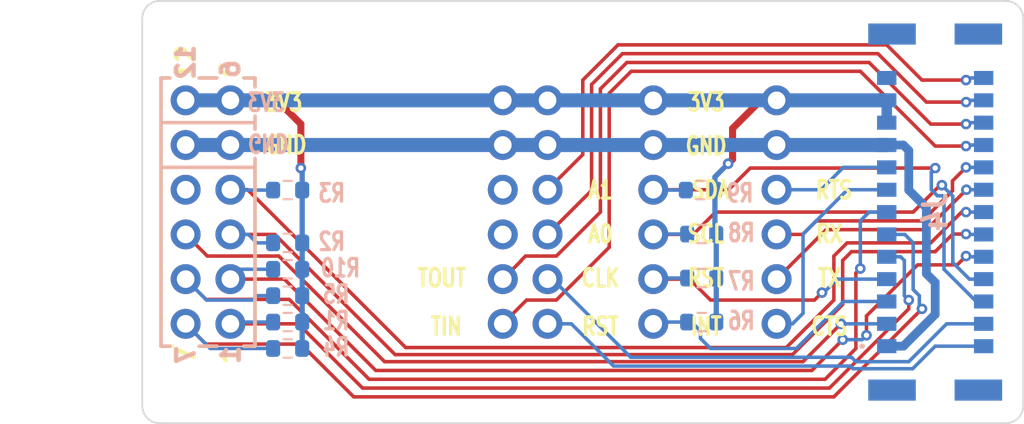
<source format=kicad_pcb>
(kicad_pcb (version 20241229) (generator "pcbnew") (generator_version "9.0")
  (layers (0 "F.Cu" signal) (2 "B.Cu" signal) (13 "F.Paste" user) (15 "B.Paste" user) (5 "F.SilkS" user "F.Silkscreen") (7 "B.SilkS" user "B.Silkscreen") (1 "F.Mask" user) (3 "B.Mask" user) (25 "Edge.Cuts" user))
  (net 0 "")
  (net 1 "/RX")
  (net 2 "GND")
  (net 3 "/TX")
  (net 4 "/RTS")
  (net 5 "+3V3")
  (net 6 "/CTS")
  (net 7 "/I2C.RESET")
  (net 8 "/I2C.ALERT")
  (net 9 "/I2C.SCL")
  (net 10 "/I2C.SDA")
  (net 11 "/SPI.SCK")
  (net 12 "/SPI.COPI")
  (net 13 "/SPI.CS")
  (net 14 "/SPI.CIPO")
  (net 15 "/SPI.RST")
  (net 16 "/SPI.INT")
  (net 18 "VIN")
  (net 21 "/GPIO0")
  (net 22 "/~{RESET}")
  (net 23 "/ADC0")
  (net 24 "/ADC1")
  (net 25 "/TRIG_OUT")
  (net 26 "/TRIG_IN")
  (net 27 "/CLK")
  (footprint "PMOD:PMODPinSocket_2x06_P2.54mm_Vertical" (layer "F.Cu") (at 78 106.35 180)
    (property "Reference" "J5")
    (property "Value" "Conn6x2")
    (pad "1" thru_hole circle (at 0 0 180) (size 1.7 1.7) (drill 1) (layers "*.Cu" "*.Mask") (net 22 "/~{RESET}"))
    (pad "2" thru_hole oval (at 0 2.54 180) (size 1.7 1.7) (drill 1) (layers "*.Cu" "*.Mask") (net 27 "/CLK"))
    (pad "3" thru_hole oval (at 0 5.08 180) (size 1.7 1.7) (drill 1) (layers "*.Cu" "*.Mask") (net 23 "/ADC0"))
    (pad "4" thru_hole oval (at 0 7.62 180) (size 1.7 1.7) (drill 1) (layers "*.Cu" "*.Mask") (net 24 "/ADC1"))
    (pad "5" thru_hole oval (at 0 10.16 180) (size 1.7 1.7) (drill 1) (layers "*.Cu" "*.Mask") (net 2 "GND"))
    (pad "6" thru_hole oval (at 0 12.7 180) (size 1.7 1.7) (drill 1) (layers "*.Cu" "*.Mask") (net 5 "+3V3"))
    (pad "7" thru_hole oval (at 2.54 0 180) (size 1.7 1.7) (drill 1) (layers "*.Cu" "*.Mask") (net 26 "/TRIG_IN"))
    (pad "8" thru_hole oval (at 2.54 2.54 180) (size 1.7 1.7) (drill 1) (layers "*.Cu" "*.Mask") (net 25 "/TRIG_OUT"))
    (pad "9" thru_hole oval (at 2.54 5.08 180) (size 1.7 1.7) (drill 1) (layers "*.Cu" "*.Mask"))
    (pad "10" thru_hole oval (at 2.54 7.62 180) (size 1.7 1.7) (drill 1) (layers "*.Cu" "*.Mask"))
    (pad "11" thru_hole oval (at 2.54 10.16 180) (size 1.7 1.7) (drill 1) (layers "*.Cu" "*.Mask") (net 2 "GND"))
    (pad "12" thru_hole oval (at 2.54 12.7 180) (size 1.7 1.7) (drill 1) (layers "*.Cu" "*.Mask") (net 5 "+3V3"))
  )
  (footprint "PMOD:PMODPinSocket_1x06_P2.54mm_Vertical" (layer "F.Cu") (at 84 106.35 180)
    (property "Reference" "J3")
    (property "Value" "Conn6x1")
    (pad "1" thru_hole circle (at 0 0 180) (size 1.7 1.7) (drill 1) (layers "*.Cu" "*.Mask") (net 8 "/I2C.ALERT"))
    (pad "2" thru_hole oval (at 0 2.54 180) (size 1.7 1.7) (drill 1) (layers "*.Cu" "*.Mask") (net 7 "/I2C.RESET"))
    (pad "3" thru_hole oval (at 0 5.08 180) (size 1.7 1.7) (drill 1) (layers "*.Cu" "*.Mask") (net 9 "/I2C.SCL"))
    (pad "4" thru_hole oval (at 0 7.62 180) (size 1.7 1.7) (drill 1) (layers "*.Cu" "*.Mask") (net 10 "/I2C.SDA"))
    (pad "5" thru_hole oval (at 0 10.16 180) (size 1.7 1.7) (drill 1) (layers "*.Cu" "*.Mask") (net 2 "GND"))
    (pad "6" thru_hole oval (at 0 12.7 180) (size 1.7 1.7) (drill 1) (layers "*.Cu" "*.Mask") (net 5 "+3V3"))
  )
  (footprint "MountingHole:MountingHole_2.7mm_M2.5" (layer "F.Cu") (at 70 100)
    (property "Reference" "H1" (hide yes))
    (property "Value" "MountingHole")
    (pad "" np_thru_hole circle (at 0 0) (size 2.7 2.7) (drill 2.7) (layers "*.Cu" "*.Mask"))
  )
  (footprint "PMOD:PMODPinSocket_2x06_P2.54mm_Horizontal" (layer "F.Cu") (at 60 106.35)
    (property "Reference" "J1" (hide yes))
    (property "Value" "Conn6x2")
    (fp_line (start -3.937 -11.43) (end -3.937 -13.97) (stroke (width 0.2)) (layer "F.SilkS"))
    (fp_line (start -3.937 1.27) (end -3.937 -11.43) (stroke (width 0.2)) (layer "F.SilkS"))
    (fp_line (start -3.429 -13.97) (end -3.937 -13.97) (stroke (width 0.2)) (layer "F.SilkS"))
    (fp_line (start -3.302 1.27) (end -3.937 1.27) (stroke (width 0.2)) (layer "F.SilkS"))
    (fp_line (start -0.762 -13.97) (end -1.778 -13.97) (stroke (width 0.2)) (layer "F.SilkS"))
    (fp_line (start -0.762 1.27) (end -1.777999 1.27) (stroke (width 0.2)) (layer "F.SilkS"))
    (fp_line (start 0.762 -11.43) (end -3.937 -11.43) (stroke (width 0.2)) (layer "F.SilkS"))
    (fp_line (start 1.397 -13.97) (end 0.762 -13.97) (stroke (width 0.2)) (layer "F.SilkS"))
    (fp_line (start 1.397 -13.589) (end 1.397 -13.97) (stroke (width 0.2)) (layer "F.SilkS"))
    (fp_line (start 1.397 -8.889999) (end -3.937 -8.89) (stroke (width 0.2)) (layer "F.SilkS"))
    (fp_line (start 1.397 -8.889999) (end 1.397 -9.271) (stroke (width 0.2)) (layer "F.SilkS"))
    (fp_line (start 1.397 -8.889999) (end 1.397001 1.27) (stroke (width 0.2)) (layer "F.SilkS"))
    (fp_line (start 1.397001 1.27) (end 0.762 1.27) (stroke (width 0.2)) (layer "F.SilkS"))
    (fp_line (start -3.937 -13.97) (end -3.429 -13.97) (stroke (width 0.2)) (layer "B.SilkS"))
    (fp_line (start -3.937 -11.43) (end -3.937 -13.97) (stroke (width 0.2)) (layer "B.SilkS"))
    (fp_line (start -3.937 -11.43) (end 1.397 -11.43) (stroke (width 0.2)) (layer "B.SilkS"))
    (fp_line (start -3.937 -8.89) (end -3.937 -11.43) (stroke (width 0.2)) (layer "B.SilkS"))
    (fp_line (start -3.937 -8.89) (end -3.937 1.27) (stroke (width 0.2)) (layer "B.SilkS"))
    (fp_line (start -3.937 -8.89) (end 1.397 -8.89) (stroke (width 0.2)) (layer "B.SilkS"))
    (fp_line (start -3.937 1.27) (end -3.429 1.27) (stroke (width 0.2)) (layer "B.SilkS"))
    (fp_line (start -1.778 -13.97) (end -0.762 -13.97) (stroke (width 0.2)) (layer "B.SilkS"))
    (fp_line (start -1.778 1.27) (end -0.762 1.27) (stroke (width 0.2)) (layer "B.SilkS"))
    (fp_line (start 0.762 1.27) (end 1.397 1.27) (stroke (width 0.2)) (layer "B.SilkS"))
    (fp_line (start 1.397 -13.97) (end 0.762 -13.97) (stroke (width 0.2)) (layer "B.SilkS"))
    (fp_line (start 1.397 -13.462) (end 1.397 -13.97) (stroke (width 0.2)) (layer "B.SilkS"))
    (fp_line (start 1.397 -11.049) (end 1.397 -11.811) (stroke (width 0.2)) (layer "B.SilkS"))
    (fp_line (start 1.397 1.27) (end 1.397 -9.398) (stroke (width 0.2)) (layer "B.SilkS"))
    (fp_text user "6" (at 0 -14.478 90) (layer "F.SilkS") (effects (font (thickness 0.25))))
    (fp_text user "3V3" (at 3.032 -12.58 0) (layer "F.SilkS") (effects (font (size 1 0.75) (thickness 0.1875))))
    (fp_text user "7" (at -2.54 1.778 90) (layer "F.SilkS") (effects (font (thickness 0.25))))
    (fp_text user "12" (at -2.54 -14.859 90) (layer "F.SilkS") (effects (font (thickness 0.25))))
    (fp_text user "1" (at 0 1.778 90) (layer "F.SilkS") (effects (font (thickness 0.25))))
    (fp_text user "GND" (at 3.159 -10.16 0) (layer "F.SilkS") (effects (font (size 1 0.75) (thickness 0.1875))))
    (fp_text user "1" (at 0.02 1.77 90) (layer "B.SilkS") (effects (font (thickness 0.25)) (justify mirror)))
    (fp_text user "12" (at -2.54 -14.859 90) (layer "B.SilkS") (effects (font (thickness 0.25)) (justify mirror)))
    (fp_text user "7" (at -2.53 1.77 90) (layer "B.SilkS") (effects (font (thickness 0.25)) (justify mirror)))
    (fp_text user "3V3" (at 2.032 -12.573 0) (layer "B.SilkS") (effects (font (size 1 0.75) (thickness 0.1875)) (justify mirror)))
    (fp_text user "6" (at 0 -14.478 90) (layer "B.SilkS") (effects (font (thickness 0.25)) (justify mirror)))
    (fp_text user "GND" (at 2.159 -10.287 180) (layer "B.SilkS") (effects (font (size 1 0.75) (thickness 0.1875)) (justify mirror)))
    (pad "1" thru_hole oval (at 0 0) (size 1.7 1.7) (drill 1) (layers "*.Cu" "*.Mask") (net 13 "/SPI.CS"))
    (pad "2" thru_hole oval (at 0 -2.54) (size 1.7 1.7) (drill 1) (layers "*.Cu" "*.Mask") (net 12 "/SPI.COPI"))
    (pad "3" thru_hole oval (at 0 -5.08) (size 1.7 1.7) (drill 1) (layers "*.Cu" "*.Mask") (net 14 "/SPI.CIPO"))
    (pad "4" thru_hole oval (at 0 -7.62) (size 1.7 1.7) (drill 1) (layers "*.Cu" "*.Mask") (net 11 "/SPI.SCK"))
    (pad "5" thru_hole oval (at 0 -10.16) (size 1.7 1.7) (drill 1) (layers "*.Cu" "*.Mask") (net 2 "GND"))
    (pad "6" thru_hole circle (at 0 -12.7) (size 1.7 1.7) (drill 1) (layers "*.Cu" "*.Mask") (net 5 "+3V3"))
    (pad "7" thru_hole oval (at -2.54 0) (size 1.7 1.7) (drill 1) (layers "*.Cu" "*.Mask") (net 16 "/SPI.INT"))
    (pad "8" thru_hole oval (at -2.54 -2.54) (size 1.7 1.7) (drill 1) (layers "*.Cu" "*.Mask") (net 15 "/SPI.RST"))
    (pad "9" thru_hole oval (at -2.54 -5.08) (size 1.7 1.7) (drill 1) (layers "*.Cu" "*.Mask") (net 21 "/GPIO0"))
    (pad "10" thru_hole oval (at -2.54 -7.62) (size 1.7 1.7) (drill 1) (layers "*.Cu" "*.Mask"))
    (pad "11" thru_hole oval (at -2.54 -10.16) (size 1.7 1.7) (drill 1) (layers "*.Cu" "*.Mask") (net 2 "GND"))
    (pad "12" thru_hole oval (at -2.54 -12.7) (size 1.7 1.7) (drill 1) (layers "*.Cu" "*.Mask") (net 5 "+3V3"))
  )
  (footprint "PMOD:PMODPinSocket_1x06_P2.54mm_Vertical" (layer "F.Cu") (at 91 106.35 180)
    (property "Reference" "J2")
    (property "Value" "Conn6x1")
    (pad "1" thru_hole circle (at 0 0 180) (size 1.7 1.7) (drill 1) (layers "*.Cu" "*.Mask") (net 6 "/CTS"))
    (pad "2" thru_hole oval (at 0 2.54 180) (size 1.7 1.7) (drill 1) (layers "*.Cu" "*.Mask") (net 3 "/TX"))
    (pad "3" thru_hole oval (at 0 5.08 180) (size 1.7 1.7) (drill 1) (layers "*.Cu" "*.Mask") (net 1 "/RX"))
    (pad "4" thru_hole oval (at 0 7.62 180) (size 1.7 1.7) (drill 1) (layers "*.Cu" "*.Mask") (net 4 "/RTS"))
    (pad "5" thru_hole oval (at 0 10.16 180) (size 1.7 1.7) (drill 1) (layers "*.Cu" "*.Mask") (net 2 "GND"))
    (pad "6" thru_hole oval (at 0 12.7 180) (size 1.7 1.7) (drill 1) (layers "*.Cu" "*.Mask") (net 5 "+3V3"))
  )
  (footprint "Resistor_SMD:R_0603_1608Metric" (layer "B.Cu") (at 63.25 106.25)
    (property "Reference" "R1" (at 2.75 -0.07 0) (layer "B.SilkS") (effects (font (size 1 0.75) (thickness 0.1875)) (justify mirror)))
    (property "Value" "10k")
    (fp_line (start -0.237258 -0.5225) (end 0.237258 -0.5225) (stroke (width 0.12)) (layer "B.SilkS"))
    (fp_line (start -0.237258 0.5225) (end 0.237258 0.5225) (stroke (width 0.12)) (layer "B.SilkS"))
    (pad "1" smd roundrect (at -0.825 0) (size 0.8 0.95) (layers "B.Cu" "B.Mask" "B.Paste") (net 13 "/SPI.CS"))
    (pad "2" smd roundrect (at 0.825 0) (size 0.8 0.95) (layers "B.Cu" "B.Mask" "B.Paste") (net 5 "+3V3"))
  )
  (footprint "M55:M55-6002642R" (layer "B.Cu") (at 100 100 90)
    (property "Reference" "J4" (at 0 0 90) (layer "B.SilkS") (effects (font (size 1.27 1.27) (thickness 0.254)) (justify mirror)))
    (property "Value" "MCU_IO_interface" (hide yes))
    (fp_line (start -7.62 -4.2) (end -7.62 -4.2) (stroke (width 0.2)) (layer "B.SilkS"))
    (fp_line (start -7.62 -4.2) (end -7.62 -4.1) (stroke (width 0.2)) (layer "B.SilkS"))
    (fp_line (start -7.62 -4.1) (end -7.62 -4.1) (stroke (width 0.2)) (layer "B.SilkS"))
    (fp_arc (start -7.62 -4.2) (mid -7.57 -4.15) (end -7.62 -4.1) (stroke (width 0.2)) (layer "B.SilkS"))
    (fp_arc (start -7.62 -4.1) (mid -7.67 -4.15) (end -7.62 -4.2) (stroke (width 0.2)) (layer "B.SilkS"))
    (pad "" np_thru_hole circle (at -9.83 0 90) (size 1.65 1.65) (drill 1.65) (layers "*.Cu" "*.Mask"))
    (pad "" np_thru_hole circle (at 9.83 0 90) (size 1.65 1.65) (drill 1.65) (layers "*.Cu" "*.Mask"))
    (pad "A1" smd rect (at -7.62 -2.75 90) (size 0.8 1.1) (layers "B.Cu" "B.Mask" "B.Paste") (net 2 "GND"))
    (pad "A2" smd rect (at -6.35 -2.75 90) (size 0.8 1.1) (layers "B.Cu" "B.Mask" "B.Paste") (net 21 "/GPIO0"))
    (pad "A3" smd rect (at -5.08 -2.75 90) (size 0.8 1.1) (layers "B.Cu" "B.Mask" "B.Paste") (net 8 "/I2C.ALERT"))
    (pad "A4" smd rect (at -3.81 -2.75 90) (size 0.8 1.1) (layers "B.Cu" "B.Mask" "B.Paste") (net 7 "/I2C.RESET"))
    (pad "A5" smd rect (at -2.54 -2.75 90) (size 0.8 1.1) (layers "B.Cu" "B.Mask" "B.Paste") (net 13 "/SPI.CS"))
    (pad "A6" smd rect (at -1.27 -2.75 90) (size 0.8 1.1) (layers "B.Cu" "B.Mask" "B.Paste") (net 16 "/SPI.INT"))
    (pad "A7" smd rect (at 0 -2.75 90) (size 0.8 1.1) (layers "B.Cu" "B.Mask" "B.Paste") (net 15 "/SPI.RST"))
    (pad "A8" smd rect (at 1.27 -2.75 90) (size 0.8 1.1) (layers "B.Cu" "B.Mask" "B.Paste") (net 6 "/CTS"))
    (pad "A9" smd rect (at 2.54 -2.75 90) (size 0.8 1.1) (layers "B.Cu" "B.Mask" "B.Paste") (net 4 "/RTS"))
    (pad "A10" smd rect (at 3.81 -2.75 90) (size 0.8 1.1) (layers "B.Cu" "B.Mask" "B.Paste") (net 2 "GND"))
    (pad "A11" smd rect (at 5.08 -2.75 90) (size 0.8 1.1) (layers "B.Cu" "B.Mask" "B.Paste") (net 5 "+3V3"))
    (pad "A12" smd rect (at 6.35 -2.75 90) (size 0.8 1.1) (layers "B.Cu" "B.Mask" "B.Paste") (net 5 "+3V3"))
    (pad "A13" smd rect (at 7.62 -2.75 90) (size 0.8 1.1) (layers "B.Cu" "B.Mask" "B.Paste") (net 18 "VIN"))
    (pad "B1" smd rect (at -7.62 2.75 90) (size 0.8 1.1) (layers "B.Cu" "B.Mask" "B.Paste") (net 22 "/~{RESET}"))
    (pad "B2" smd rect (at -6.35 2.75 90) (size 0.8 1.1) (layers "B.Cu" "B.Mask" "B.Paste") (net 27 "/CLK"))
    (pad "B3" smd rect (at -5.08 2.75 90) (size 0.8 1.1) (layers "B.Cu" "B.Mask" "B.Paste") (net 10 "/I2C.SDA"))
    (pad "B4" smd rect (at -3.81 2.75 90) (size 0.8 1.1) (layers "B.Cu" "B.Mask" "B.Paste") (net 9 "/I2C.SCL"))
    (pad "B5" smd rect (at -2.54 2.75 90) (size 0.8 1.1) (layers "B.Cu" "B.Mask" "B.Paste") (net 12 "/SPI.COPI"))
    (pad "B6" smd rect (at -1.27 2.75 90) (size 0.8 1.1) (layers "B.Cu" "B.Mask" "B.Paste") (net 14 "/SPI.CIPO"))
    (pad "B7" smd rect (at 0 2.75 90) (size 0.8 1.1) (layers "B.Cu" "B.Mask" "B.Paste") (net 11 "/SPI.SCK"))
    (pad "B8" smd rect (at 1.27 2.75 90) (size 0.8 1.1) (layers "B.Cu" "B.Mask" "B.Paste") (net 3 "/TX"))
    (pad "B9" smd rect (at 2.54 2.75 90) (size 0.8 1.1) (layers "B.Cu" "B.Mask" "B.Paste") (net 1 "/RX"))
    (pad "B10" smd rect (at 3.81 2.75 90) (size 0.8 1.1) (layers "B.Cu" "B.Mask" "B.Paste") (net 26 "/TRIG_IN"))
    (pad "B11" smd rect (at 5.08 2.75 90) (size 0.8 1.1) (layers "B.Cu" "B.Mask" "B.Paste") (net 25 "/TRIG_OUT"))
    (pad "B12" smd rect (at 6.35 2.75 90) (size 0.8 1.1) (layers "B.Cu" "B.Mask" "B.Paste") (net 23 "/ADC0"))
    (pad "B13" smd rect (at 7.62 2.75 90) (size 0.8 1.1) (layers "B.Cu" "B.Mask" "B.Paste") (net 24 "/ADC1"))
    (pad "MP1" smd rect (at -10.115 2.45 90) (size 1.2 2.7) (layers "B.Cu" "B.Mask" "B.Paste"))
    (pad "MP2" smd rect (at -10.115 -2.45 90) (size 1.2 2.7) (layers "B.Cu" "B.Mask" "B.Paste"))
    (pad "MP3" smd rect (at 10.115 2.45 90) (size 1.2 2.7) (layers "B.Cu" "B.Mask" "B.Paste"))
    (pad "MP4" smd rect (at 10.115 -2.45 90) (size 1.2 2.7) (layers "B.Cu" "B.Mask" "B.Paste"))
  )
  (footprint "Resistor_SMD:R_0603_1608Metric" (layer "B.Cu") (at 63.25 103.25)
    (property "Reference" "R10" (at 3 -0.07 0) (layer "B.SilkS") (effects (font (size 1 0.75) (thickness 0.1875)) (justify mirror)))
    (property "Value" "10k")
    (fp_line (start -0.237258 -0.5225) (end 0.237258 -0.5225) (stroke (width 0.12)) (layer "B.SilkS"))
    (fp_line (start -0.237258 0.5225) (end 0.237258 0.5225) (stroke (width 0.12)) (layer "B.SilkS"))
    (pad "1" smd roundrect (at -0.825 0) (size 0.8 0.95) (layers "B.Cu" "B.Mask" "B.Paste") (net 12 "/SPI.COPI"))
    (pad "2" smd roundrect (at 0.825 0) (size 0.8 0.95) (layers "B.Cu" "B.Mask" "B.Paste") (net 5 "+3V3"))
  )
  (footprint "Resistor_SMD:R_0603_1608Metric" (layer "B.Cu") (at 63.25 101.75)
    (property "Reference" "R2" (at 2.5 -0.07 0) (layer "B.SilkS") (effects (font (size 1 0.75) (thickness 0.1875)) (justify mirror)))
    (property "Value" "10k")
    (fp_line (start -0.237258 -0.5225) (end 0.237258 -0.5225) (stroke (width 0.12)) (layer "B.SilkS"))
    (fp_line (start -0.237258 0.5225) (end 0.237258 0.5225) (stroke (width 0.12)) (layer "B.SilkS"))
    (pad "1" smd roundrect (at -0.825 0) (size 0.8 0.95) (layers "B.Cu" "B.Mask" "B.Paste") (net 14 "/SPI.CIPO"))
    (pad "2" smd roundrect (at 0.825 0) (size 0.8 0.95) (layers "B.Cu" "B.Mask" "B.Paste") (net 5 "+3V3"))
  )
  (footprint "Resistor_SMD:R_0603_1608Metric" (layer "B.Cu") (at 63.25 98.75)
    (property "Reference" "R3" (at 2.5 0.18 0) (layer "B.SilkS") (effects (font (size 1 0.75) (thickness 0.1875)) (justify mirror)))
    (property "Value" "10k")
    (fp_line (start -0.237258 -0.5225) (end 0.237258 -0.5225) (stroke (width 0.12)) (layer "B.SilkS"))
    (fp_line (start -0.237258 0.5225) (end 0.237258 0.5225) (stroke (width 0.12)) (layer "B.SilkS"))
    (pad "1" smd roundrect (at -0.825 0) (size 0.8 0.95) (layers "B.Cu" "B.Mask" "B.Paste") (net 11 "/SPI.SCK"))
    (pad "2" smd roundrect (at 0.825 0) (size 0.8 0.95) (layers "B.Cu" "B.Mask" "B.Paste") (net 5 "+3V3"))
  )
  (footprint "Resistor_SMD:R_0603_1608Metric" (layer "B.Cu") (at 86.75 106.25)
    (property "Reference" "R6" (at 2.25 -0.07 0) (layer "B.SilkS") (effects (font (size 1 0.75) (thickness 0.1875)) (justify mirror)))
    (property "Value" "10k")
    (fp_line (start -0.237258 -0.5225) (end 0.237258 -0.5225) (stroke (width 0.12)) (layer "B.SilkS"))
    (fp_line (start -0.237258 0.5225) (end 0.237258 0.5225) (stroke (width 0.12)) (layer "B.SilkS"))
    (pad "1" smd roundrect (at -0.825 0) (size 0.8 0.95) (layers "B.Cu" "B.Mask" "B.Paste") (net 8 "/I2C.ALERT"))
    (pad "2" smd roundrect (at 0.825 0) (size 0.8 0.95) (layers "B.Cu" "B.Mask" "B.Paste") (net 5 "+3V3"))
  )
  (footprint "Resistor_SMD:R_0603_1608Metric" (layer "B.Cu") (at 86.75 103.75)
    (property "Reference" "R7" (at 2.25 0.18 0) (layer "B.SilkS") (effects (font (size 1 0.75) (thickness 0.1875)) (justify mirror)))
    (property "Value" "10k")
    (fp_line (start -0.237258 -0.5225) (end 0.237258 -0.5225) (stroke (width 0.12)) (layer "B.SilkS"))
    (fp_line (start -0.237258 0.5225) (end 0.237258 0.5225) (stroke (width 0.12)) (layer "B.SilkS"))
    (pad "1" smd roundrect (at -0.825 0) (size 0.8 0.95) (layers "B.Cu" "B.Mask" "B.Paste") (net 7 "/I2C.RESET"))
    (pad "2" smd roundrect (at 0.825 0) (size 0.8 0.95) (layers "B.Cu" "B.Mask" "B.Paste") (net 5 "+3V3"))
  )
  (footprint "Resistor_SMD:R_0603_1608Metric" (layer "B.Cu") (at 86.675 98.75)
    (property "Reference" "R9" (at 2.25 0.18 0) (layer "B.SilkS") (effects (font (size 1 0.75) (thickness 0.1875)) (justify mirror)))
    (property "Value" "2K2")
    (fp_line (start -0.237258 -0.5225) (end 0.237258 -0.5225) (stroke (width 0.12)) (layer "B.SilkS"))
    (fp_line (start -0.237258 0.5225) (end 0.237258 0.5225) (stroke (width 0.12)) (layer "B.SilkS"))
    (pad "1" smd roundrect (at -0.825 0) (size 0.8 0.95) (layers "B.Cu" "B.Mask" "B.Paste") (net 10 "/I2C.SDA"))
    (pad "2" smd roundrect (at 0.825 0) (size 0.8 0.95) (layers "B.Cu" "B.Mask" "B.Paste") (net 5 "+3V3"))
  )
  (footprint "Resistor_SMD:R_0603_1608Metric" (layer "B.Cu") (at 63.25 104.75)
    (property "Reference" "R5" (at 2.75 -0.07 0) (layer "B.SilkS") (effects (font (size 1 0.75) (thickness 0.1875)) (justify mirror)))
    (property "Value" "10k")
    (fp_line (start -0.237258 -0.5225) (end 0.237258 -0.5225) (stroke (width 0.12)) (layer "B.SilkS"))
    (fp_line (start -0.237258 0.5225) (end 0.237258 0.5225) (stroke (width 0.12)) (layer "B.SilkS"))
    (pad "1" smd roundrect (at -0.825 0) (size 0.8 0.95) (layers "B.Cu" "B.Mask" "B.Paste") (net 15 "/SPI.RST"))
    (pad "2" smd roundrect (at 0.825 0) (size 0.8 0.95) (layers "B.Cu" "B.Mask" "B.Paste") (net 5 "+3V3"))
  )
  (footprint "Resistor_SMD:R_0603_1608Metric" (layer "B.Cu") (at 86.75 101.25)
    (property "Reference" "R8" (at 2.25 -0.07 0) (layer "B.SilkS") (effects (font (size 1 0.75) (thickness 0.1875)) (justify mirror)))
    (property "Value" "2K2")
    (fp_line (start -0.237258 -0.5225) (end 0.237258 -0.5225) (stroke (width 0.12)) (layer "B.SilkS"))
    (fp_line (start -0.237258 0.5225) (end 0.237258 0.5225) (stroke (width 0.12)) (layer "B.SilkS"))
    (pad "1" smd roundrect (at -0.825 0) (size 0.8 0.95) (layers "B.Cu" "B.Mask" "B.Paste") (net 9 "/I2C.SCL"))
    (pad "2" smd roundrect (at 0.825 0) (size 0.8 0.95) (layers "B.Cu" "B.Mask" "B.Paste") (net 5 "+3V3"))
  )
  (footprint "Resistor_SMD:R_0603_1608Metric" (layer "B.Cu") (at 63.25 107.75)
    (property "Reference" "R4" (at 2.75 -0.07 0) (layer "B.SilkS") (effects (font (size 1 0.75) (thickness 0.1875)) (justify mirror)))
    (property "Value" "10k")
    (fp_line (start -0.237258 -0.5225) (end 0.237258 -0.5225) (stroke (width 0.12)) (layer "B.SilkS"))
    (fp_line (start -0.237258 0.5225) (end 0.237258 0.5225) (stroke (width 0.12)) (layer "B.SilkS"))
    (pad "1" smd roundrect (at -0.825 0) (size 0.8 0.95) (layers "B.Cu" "B.Mask" "B.Paste") (net 16 "/SPI.INT"))
    (pad "2" smd roundrect (at 0.825 0) (size 0.8 0.95) (layers "B.Cu" "B.Mask" "B.Paste") (net 5 "+3V3"))
  )
  (gr_arc (start 56 112) (mid 55.292893 111.707106) (end 55 110.999998) (stroke (width 0.1)) (layer "Edge.Cuts"))
  (gr_line (start 104 88) (end 56 88) (stroke (width 0.1)) (layer "Edge.Cuts"))
  (gr_line (start 104 112) (end 56 112) (stroke (width 0.1)) (layer "Edge.Cuts"))
  (gr_line (start 55 89) (end 55 111) (stroke (width 0.1)) (layer "Edge.Cuts"))
  (gr_line (start 105 89) (end 105 111) (stroke (width 0.1)) (layer "Edge.Cuts"))
  (gr_arc (start 104 88) (mid 104.707107 88.292894) (end 105 89.000002) (stroke (width 0.1)) (layer "Edge.Cuts"))
  (gr_arc (start 55 89) (mid 55.292893 88.292893) (end 56 88) (stroke (width 0.1)) (layer "Edge.Cuts"))
  (gr_arc (start 105 111) (mid 104.707106 111.707107) (end 103.999998 112) (stroke (width 0.1)) (layer "Edge.Cuts"))
  (gr_text "TOUT" (at 72 103.75 0) (layer "F.SilkS") (effects (font (size 1 0.75) (thickness 0.1875))))
  (gr_text "RST" (at 81 106.5 0) (layer "F.SilkS") (effects (font (size 1 0.75) (thickness 0.1875))))
  (gr_text "GND" (at 87 96.25 0) (layer "F.SilkS") (effects (font (size 1 0.75) (thickness 0.1875))))
  (gr_text "3V3" (at 87 93.75 0) (layer "F.SilkS") (effects (font (size 1 0.75) (thickness 0.1875))))
  (gr_text "RX" (at 94 101.25 0) (layer "F.SilkS") (effects (font (size 1 0.75) (thickness 0.1875))))
  (gr_text "A1" (at 81 98.75 0) (layer "F.SilkS") (effects (font (size 1 0.75) (thickness 0.1875))))
  (gr_text "CTS" (at 94 106.5 0) (layer "F.SilkS") (effects (font (size 1 0.75) (thickness 0.1875))))
  (gr_text "TIN" (at 72.25 106.5 0) (layer "F.SilkS") (effects (font (size 1 0.75) (thickness 0.1875))))
  (gr_text "TX" (at 94 103.75 0) (layer "F.SilkS") (effects (font (size 1 0.75) (thickness 0.1875))))
  (gr_text "SCL" (at 87 101.25 0) (layer "F.SilkS") (effects (font (size 1 0.75) (thickness 0.1875))))
  (gr_text "SDA" (at 87.25 98.75 0) (layer "F.SilkS") (effects (font (size 1 0.75) (thickness 0.1875))))
  (gr_text "INT" (at 87 106.5 0) (layer "F.SilkS") (effects (font (size 1 0.75) (thickness 0.1875))))
  (gr_text "RTS" (at 94.25 98.75 0) (layer "F.SilkS") (effects (font (size 1 0.75) (thickness 0.1875))))
  (gr_text "RST" (at 87 103.75 0) (layer "F.SilkS") (effects (font (size 1 0.75) (thickness 0.1875))))
  (gr_text "CLK" (at 81 103.75 0) (layer "F.SilkS") (effects (font (size 1 0.75) (thickness 0.1875))))
  (gr_text "A0" (at 81 101.25 0) (layer "F.SilkS") (effects (font (size 1 0.75) (thickness 0.1875))))
  (segment (start 101.75 97.46) (end 100.98 98.23) (width 0.2) (layer "F.Cu") (net 1))
  (segment (start 99.27 100.5) (end 93.25 100.5) (width 0.2) (layer "F.Cu") (net 1))
  (segment (start 100.98 98.79) (end 99.27 100.5) (width 0.2) (layer "F.Cu") (net 1))
  (segment (start 92.48 101.27) (end 93.25 100.5) (width 0.2) (layer "F.Cu") (net 1))
  (segment (start 91 101.27) (end 92.48 101.27) (width 0.2) (layer "F.Cu") (net 1))
  (segment (start 100.98 98.23) (end 100.98 98.79) (width 0.2) (layer "F.Cu") (net 1))
  (via (at 101.75 97.46) (size 0.6) (drill 0.3) (layers "F.Cu" "B.Cu") (net 1))
  (segment (start 101.75 97.46) (end 102.75 97.46) (width 0.2) (layer "B.Cu") (net 1))
  (segment (start 97.25 96.19) (end 84 96.19) (width 0.8) (layer "B.Cu") (net 2))
  (segment (start 97.25 96.19) (end 98.19 96.19) (width 0.5) (layer "B.Cu") (net 2))
  (segment (start 84 96.19) (end 78 96.19) (width 0.8) (layer "B.Cu") (net 2))
  (segment (start 99.5 99.75) (end 99.5 103.5) (width 0.5) (layer "B.Cu") (net 2))
  (segment (start 60 96.19) (end 75.46 96.19) (width 0.8) (layer "B.Cu") (net 2))
  (segment (start 99.5 103.5) (end 100 104) (width 0.5) (layer "B.Cu") (net 2))
  (segment (start 98.192075 107.62) (end 97.25 107.62) (width 0.5) (layer "B.Cu") (net 2))
  (segment (start 100 105.812075) (end 98.192075 107.62) (width 0.5) (layer "B.Cu") (net 2))
  (segment (start 98.5 98.75) (end 99.5 99.75) (width 0.5) (layer "B.Cu") (net 2))
  (segment (start 98.19 96.19) (end 98.5 96.5) (width 0.5) (layer "B.Cu") (net 2))
  (segment (start 57.46 96.19) (end 60 96.19) (width 0.8) (layer "B.Cu") (net 2))
  (segment (start 98.5 96.5) (end 98.5 98.75) (width 0.5) (layer "B.Cu") (net 2))
  (segment (start 75.46 96.19) (end 78 96.19) (width 0.8) (layer "B.Cu") (net 2))
  (segment (start 100 104) (end 100 105.812075) (width 0.5) (layer "B.Cu") (net 2))
  (segment (start 91 103.81) (end 93.81 101) (width 0.2) (layer "F.Cu") (net 3))
  (segment (start 99.5 101) (end 94.5 101) (width 0.2) (layer "F.Cu") (net 3))
  (segment (start 93.81 101) (end 94.5 101) (width 0.2) (layer "F.Cu") (net 3))
  (segment (start 101.77 98.73) (end 99.5 101) (width 0.2) (layer "F.Cu") (net 3))
  (via (at 101.77 98.73) (size 0.6) (drill 0.3) (layers "F.Cu" "B.Cu") (net 3))
  (segment (start 101.77 98.73) (end 102.75 98.73) (width 0.2) (layer "B.Cu") (net 3))
  (segment (start 94.79 97.46) (end 93.52 98.73) (width 0.2) (layer "B.Cu") (net 4))
  (segment (start 93.52 98.73) (end 91 98.73) (width 0.2) (layer "B.Cu") (net 4))
  (segment (start 97.25 97.46) (end 94.79 97.46) (width 0.2) (layer "B.Cu") (net 4))
  (segment (start 64 97.75) (end 64 97.5) (width 0.2) (layer "F.Cu") (net 5))
  (segment (start 64 95) (end 64 97.5) (width 0.4) (layer "F.Cu") (net 5))
  (segment (start 88.5 97) (end 88.5 95.25) (width 0.4) (layer "F.Cu") (net 5))
  (segment (start 88.25 97.25) (end 88.5 97) (width 0.4) (layer "F.Cu") (net 5))
  (segment (start 90.1 93.65) (end 91 93.65) (width 0.4) (layer "F.Cu") (net 5))
  (segment (start 88.5 95.25) (end 90.1 93.65) (width 0.4) (layer "F.Cu") (net 5))
  (segment (start 60 93.65) (end 62.65 93.65) (width 0.4) (layer "F.Cu") (net 5))
  (segment (start 62.65 93.65) (end 64 95) (width 0.4) (layer "F.Cu") (net 5))
  (via (at 88.25 97.25) (size 0.6) (drill 0.3) (layers "F.Cu" "B.Cu") (net 5))
  (via (at 64 97.5) (size 0.6) (drill 0.3) (layers "F.Cu" "B.Cu") (net 5))
  (segment (start 64.075 101.75) (end 64.075 98.75) (width 0.3) (layer "B.Cu") (net 5))
  (segment (start 87.575 106.25) (end 87.575 103.75) (width 0.3) (layer "B.Cu") (net 5))
  (segment (start 87.5 98.75) (end 87.5 98) (width 0.3) (layer "B.Cu") (net 5))
  (segment (start 64 97.5) (end 64.075 97.575) (width 0.2) (layer "B.Cu") (net 5))
  (segment (start 64.075 106.25) (end 64.075 104.75) (width 0.3) (layer "B.Cu") (net 5))
  (segment (start 64.075 104.75) (end 64.075 103.25) (width 0.3) (layer "B.Cu") (net 5))
  (segment (start 64.075 97.575) (end 64.075 98.75) (width 0.3) (layer "B.Cu") (net 5))
  (segment (start 87.5 98) (end 88.25 97.25) (width 0.3) (layer "B.Cu") (net 5))
  (segment (start 78 93.65) (end 75.46 93.65) (width 0.8) (layer "B.Cu") (net 5))
  (segment (start 64.075 107.75) (end 64.075 106.25) (width 0.3) (layer "B.Cu") (net 5))
  (segment (start 88.325 97.325) (end 88.25 97.25) (width 0.2) (layer "B.Cu") (net 5))
  (segment (start 78 93.65) (end 97.25 93.65) (width 0.8) (layer "B.Cu") (net 5))
  (segment (start 87.575 101.25) (end 87.5 101.175) (width 0.3) (layer "B.Cu") (net 5))
  (segment (start 97.25 94.92) (end 97.25 93.65) (width 0.6) (layer "B.Cu") (net 5))
  (segment (start 87.5 101.175) (end 87.5 98.75) (width 0.3) (layer "B.Cu") (net 5))
  (segment (start 75.46 93.65) (end 60 93.65) (width 0.8) (layer "B.Cu") (net 5))
  (segment (start 64.075 103.25) (end 64.075 101.75) (width 0.3) (layer "B.Cu") (net 5))
  (segment (start 60 93.65) (end 57.46 93.65) (width 0.8) (layer "B.Cu") (net 5))
  (segment (start 87.575 103.75) (end 87.575 101.25) (width 0.3) (layer "B.Cu") (net 5))
  (segment (start 95.02 98.73) (end 92.875 100.875) (width 0.2) (layer "B.Cu") (net 6))
  (segment (start 97.25 98.73) (end 95.02 98.73) (width 0.2) (layer "B.Cu") (net 6))
  (segment (start 92.5 101.25) (end 92.875 100.875) (width 0.2) (layer "B.Cu") (net 6))
  (segment (start 91.9 106.35) (end 92.5 105.75) (width 0.2) (layer "B.Cu") (net 6))
  (segment (start 92.5 105.75) (end 92.5 101.25) (width 0.2) (layer "B.Cu") (net 6))
  (segment (start 91 106.35) (end 91.9 106.35) (width 0.2) (layer "B.Cu") (net 6))
  (segment (start 93.15147 105) (end 87.25 105) (width 0.2) (layer "F.Cu") (net 7))
  (segment (start 93.575735 104.575735) (end 93.15147 105) (width 0.2) (layer "F.Cu") (net 7))
  (segment (start 84 103.81) (end 86.06 103.81) (width 0.2) (layer "F.Cu") (net 7))
  (segment (start 86.06 103.81) (end 87.25 105) (width 0.2) (layer "F.Cu") (net 7))
  (via (at 93.575735 104.575735) (size 0.6) (drill 0.3) (layers "F.Cu" "B.Cu") (net 7))
  (segment (start 93.674265 104.575735) (end 94.44 103.81) (width 0.2) (layer "B.Cu") (net 7))
  (segment (start 94.44 103.81) (end 97.25 103.81) (width 0.2) (layer "B.Cu") (net 7))
  (segment (start 84.06 103.75) (end 84 103.81) (width 0.2) (layer "B.Cu") (net 7))
  (segment (start 93.575735 104.575735) (end 93.674265 104.575735) (width 0.2) (layer "B.Cu") (net 7))
  (segment (start 85.925 103.75) (end 84.06 103.75) (width 0.2) (layer "B.Cu") (net 7))
  (segment (start 84.1 106.25) (end 84 106.35) (width 0.2) (layer "B.Cu") (net 8))
  (segment (start 86.675 107.175) (end 86.675 106.75) (width 0.2) (layer "B.Cu") (net 8))
  (segment (start 86.175 106.25) (end 85.925 106.25) (width 0.2) (layer "B.Cu") (net 8))
  (segment (start 92.125 107.75) (end 87.25 107.75) (width 0.2) (layer "B.Cu") (net 8))
  (segment (start 97.25 105.08) (end 94.795 105.08) (width 0.2) (layer "B.Cu") (net 8))
  (segment (start 94.795 105.08) (end 92.125 107.75) (width 0.2) (layer "B.Cu") (net 8))
  (segment (start 85.925 106.25) (end 84.1 106.25) (width 0.2) (layer "B.Cu") (net 8))
  (segment (start 87.25 107.75) (end 86.675 107.175) (width 0.2) (layer "B.Cu") (net 8))
  (segment (start 86.675 106.75) (end 86.175 106.25) (width 0.2) (layer "B.Cu") (net 8))
  (segment (start 86.29 101.25) (end 85.75 101.25) (width 0.2) (layer "F.Cu") (net 9))
  (segment (start 100.38 98.47364) (end 100.27636 98.47364) (width 0.2) (layer "F.Cu") (net 9))
  (segment (start 98.75 100) (end 87.54 100) (width 0.2) (layer "F.Cu") (net 9))
  (segment (start 100.27636 98.47364) (end 98.75 100) (width 0.2) (layer "F.Cu") (net 9))
  (segment (start 85.73 101.27) (end 84 101.27) (width 0.2) (layer "F.Cu") (net 9))
  (segment (start 87.54 100) (end 86.29 101.25) (width 0.2) (layer "F.Cu") (net 9))
  (segment (start 85.75 101.25) (end 85.73 101.27) (width 0.2) (layer "F.Cu") (net 9))
  (via (at 100.38 98.47364) (size 0.6) (drill 0.3) (layers "F.Cu" "B.Cu") (net 9))
  (segment (start 101 99.09364) (end 101 102.87) (width 0.2) (layer "B.Cu") (net 9))
  (segment (start 84.02 101.25) (end 84 101.27) (width 0.2) (layer "B.Cu") (net 9))
  (segment (start 101.94 103.81) (end 102.75 103.81) (width 0.2) (layer "B.Cu") (net 9))
  (segment (start 101 102.87) (end 101.94 103.81) (width 0.2) (layer "B.Cu") (net 9))
  (segment (start 100.38 98.47364) (end 101 99.09364) (width 0.2) (layer "B.Cu") (net 9))
  (segment (start 85.925 101.25) (end 84.02 101.25) (width 0.2) (layer "B.Cu") (net 9))
  (segment (start 89.5 97.5) (end 88.25 98.75) (width 0.2) (layer "F.Cu") (net 10))
  (segment (start 86.25 98.73) (end 84 98.73) (width 0.2) (layer "F.Cu") (net 10))
  (segment (start 88.23 98.73) (end 86.25 98.73) (width 0.2) (layer "F.Cu") (net 10))
  (segment (start 88.25 98.75) (end 88.23 98.73) (width 0.2) (layer "F.Cu") (net 10))
  (segment (start 100 97.5) (end 89.5 97.5) (width 0.2) (layer "F.Cu") (net 10))
  (via (at 100 97.5) (size 0.6) (drill 0.3) (layers "F.Cu" "B.Cu") (net 10))
  (segment (start 102.33 105.08) (end 100.5 103.25) (width 0.2) (layer "B.Cu") (net 10))
  (segment (start 100.5 99.16074) (end 100.4139 99.07464) (width 0.2) (layer "B.Cu") (net 10))
  (segment (start 102.75 105.08) (end 102.33 105.08) (width 0.2) (layer "B.Cu") (net 10))
  (segment (start 99.779 98.722583) (end 99.779 97.721) (width 0.2) (layer "B.Cu") (net 10))
  (segment (start 100.5 103.25) (end 100.5 99.16074) (width 0.2) (layer "B.Cu") (net 10))
  (segment (start 100.4139 99.07464) (end 100.131057 99.07464) (width 0.2) (layer "B.Cu") (net 10))
  (segment (start 85.85 98.75) (end 84.02 98.75) (width 0.2) (layer "B.Cu") (net 10))
  (segment (start 100.131057 99.07464) (end 99.779 98.722583) (width 0.2) (layer "B.Cu") (net 10))
  (segment (start 84.02 98.75) (end 84 98.73) (width 0.2) (layer "B.Cu") (net 10))
  (segment (start 99.779 97.721) (end 100 97.5) (width 0.2) (layer "B.Cu") (net 10))
  (segment (start 69.948 107.698) (end 60.98 98.73) (width 0.2) (layer "F.Cu") (net 11))
  (segment (start 94.25 105) (end 91.552 107.698) (width 0.2) (layer "F.Cu") (net 11))
  (segment (start 60.98 98.73) (end 60 98.73) (width 0.2) (layer "F.Cu") (net 11))
  (segment (start 95 101.75) (end 94.25 102.5) (width 0.2) (layer "F.Cu") (net 11))
  (segment (start 99.75 101.75) (end 95 101.75) (width 0.2) (layer "F.Cu") (net 11))
  (segment (start 91.552 107.698) (end 69.948 107.698) (width 0.2) (layer "F.Cu") (net 11))
  (segment (start 101.75 100) (end 101.5 100) (width 0.2) (layer "F.Cu") (net 11))
  (segment (start 94.25 102.5) (end 94.25 105) (width 0.2) (layer "F.Cu") (net 11))
  (segment (start 101.5 100) (end 99.75 101.75) (width 0.2) (layer "F.Cu") (net 11))
  (via (at 101.75 100) (size 0.6) (drill 0.3) (layers "F.Cu" "B.Cu") (net 11))
  (segment (start 60.02 98.75) (end 60 98.73) (width 0.2) (layer "B.Cu") (net 11))
  (segment (start 102.75 100) (end 101.75 100) (width 0.2) (layer "B.Cu") (net 11))
  (segment (start 62.425 98.75) (end 60.02 98.75) (width 0.2) (layer "B.Cu") (net 11))
  (segment (start 99 103) (end 96.1 105.9) (width 0.2) (layer "F.Cu") (net 12))
  (segment (start 63.06 103.81) (end 66.625 107.375) (width 0.2) (layer "F.Cu") (net 12))
  (segment (start 60 103.81) (end 63.06 103.81) (width 0.2) (layer "F.Cu") (net 12))
  (segment (start 68.25 109) (end 66.625 107.375) (width 0.2) (layer "F.Cu") (net 12))
  (segment (start 101.25 103) (end 99 103) (width 0.2) (layer "F.Cu") (net 12))
  (segment (start 93 109) (end 68.25 109) (width 0.2) (layer "F.Cu") (net 12))
  (segment (start 96.1 105.9) (end 96.1 107) (width 0.2) (layer "F.Cu") (net 12))
  (segment (start 101.25 103) (end 101.75 102.5) (width 0.2) (layer "F.Cu") (net 12))
  (segment (start 94.75 107.25) (end 93 109) (width 0.2) (layer "F.Cu") (net 12))
  (via (at 94.75 107.25) (size 0.6) (drill 0.3) (layers "F.Cu" "B.Cu") (net 12))
  (via (at 101.75 102.5) (size 0.6) (drill 0.3) (layers "F.Cu" "B.Cu") (net 12))
  (via (at 96.1 107) (size 0.6) (drill 0.3) (layers "F.Cu" "B.Cu") (net 12))
  (segment (start 60.56 103.25) (end 60 103.81) (width 0.2) (layer "B.Cu") (net 12))
  (segment (start 62.425 103.25) (end 60.56 103.25) (width 0.2) (layer "B.Cu") (net 12))
  (segment (start 102.75 102.54) (end 101.79 102.54) (width 0.2) (layer "B.Cu") (net 12))
  (segment (start 94.75 107.25) (end 95.85 107.25) (width 0.2) (layer "B.Cu") (net 12))
  (segment (start 101.79 102.54) (end 101.75 102.5) (width 0.2) (layer "B.Cu") (net 12))
  (segment (start 95.85 107.25) (end 96.1 107) (width 0.2) (layer "B.Cu") (net 12))
  (segment (start 63.85 106.35) (end 67.5 110) (width 0.2) (layer "F.Cu") (net 13))
  (segment (start 60 106.35) (end 63.85 106.35) (width 0.2) (layer "F.Cu") (net 13))
  (segment (start 98.5 105.5) (end 98.5 105) (width 0.2) (layer "F.Cu") (net 13))
  (segment (start 94 110) (end 98.5 105.5) (width 0.2) (layer "F.Cu") (net 13))
  (segment (start 67.5 110) (end 94 110) (width 0.2) (layer "F.Cu") (net 13))
  (via (at 98.5 105) (size 0.6) (drill 0.3) (layers "F.Cu" "B.Cu") (net 13))
  (segment (start 97.25 102.54) (end 98.04 102.54) (width 0.2) (layer "B.Cu") (net 13))
  (segment (start 98.04 102.54) (end 98.25 102.75) (width 0.2) (layer "B.Cu") (net 13))
  (segment (start 60.1 106.25) (end 60 106.35) (width 0.2) (layer "B.Cu") (net 13))
  (segment (start 98.25 104.75) (end 98.5 105) (width 0.2) (layer "B.Cu") (net 13))
  (segment (start 98.25 102.75) (end 98.25 104.75) (width 0.2) (layer "B.Cu") (net 13))
  (segment (start 62.425 106.25) (end 60.1 106.25) (width 0.2) (layer "B.Cu") (net 13))
  (segment (start 101 101.25) (end 101.75 101.25) (width 0.2) (layer "F.Cu") (net 14))
  (segment (start 62.52 101.27) (end 69.349 108.099) (width 0.2) (layer "F.Cu") (net 14))
  (segment (start 69.349 108.099) (end 91.901 108.099) (width 0.2) (layer "F.Cu") (net 14))
  (segment (start 91.901 108.099) (end 94.75 105.25) (width 0.2) (layer "F.Cu") (net 14))
  (segment (start 94.75 105.25) (end 94.75 102.75) (width 0.2) (layer "F.Cu") (net 14))
  (segment (start 95.25 102.25) (end 100 102.25) (width 0.2) (layer "F.Cu") (net 14))
  (segment (start 60 101.27) (end 62.52 101.27) (width 0.2) (layer "F.Cu") (net 14))
  (segment (start 100 102.25) (end 101 101.25) (width 0.2) (layer "F.Cu") (net 14))
  (segment (start 94.75 102.75) (end 95.25 102.25) (width 0.2) (layer "F.Cu") (net 14))
  (via (at 101.75 101.25) (size 0.6) (drill 0.3) (layers "F.Cu" "B.Cu") (net 14))
  (segment (start 102.75 101.27) (end 101.77 101.27) (width 0.2) (layer "B.Cu") (net 14))
  (segment (start 62.425 101.75) (end 61.5 101.75) (width 0.2) (layer "B.Cu") (net 14))
  (segment (start 101.77 101.27) (end 101.75 101.25) (width 0.2) (layer "B.Cu") (net 14))
  (segment (start 61.5 101.75) (end 61.02 101.27) (width 0.2) (layer "B.Cu") (net 14))
  (segment (start 61.02 101.27) (end 60 101.27) (width 0.2) (layer "B.Cu") (net 14))
  (segment (start 63.336 104.961) (end 58.611 104.961) (width 0.2) (layer "F.Cu") (net 15))
  (segment (start 95.5 103.46) (end 95.5 107.75) (width 0.2) (layer "F.Cu") (net 15))
  (segment (start 58.611 104.961) (end 57.46 103.81) (width 0.2) (layer "F.Cu") (net 15))
  (segment (start 67.875 109.5) (end 63.336 104.961) (width 0.2) (layer "F.Cu") (net 15))
  (segment (start 93.75 109.5) (end 67.875 109.5) (width 0.2) (layer "F.Cu") (net 15))
  (segment (start 95.5 107.75) (end 93.75 109.5) (width 0.2) (layer "F.Cu") (net 15))
  (segment (start 95.75 103.21) (end 95.5 103.46) (width 0.2) (layer "F.Cu") (net 15))
  (via (at 95.75 103.21) (size 0.6) (drill 0.3) (layers "F.Cu" "B.Cu") (net 15))
  (segment (start 61.25 105) (end 58.65 105) (width 0.2) (layer "B.Cu") (net 15))
  (segment (start 58.65 105) (end 57.46 103.81) (width 0.2) (layer "B.Cu") (net 15))
  (segment (start 62.425 104.75) (end 61.5 104.75) (width 0.2) (layer "B.Cu") (net 15))
  (segment (start 96.25 100) (end 97.25 100) (width 0.2) (layer "B.Cu") (net 15))
  (segment (start 95.75 103.21) (end 95.75 100.5) (width 0.2) (layer "B.Cu") (net 15))
  (segment (start 95.75 100.5) (end 96.25 100) (width 0.2) (layer "B.Cu") (net 15))
  (segment (start 61.5 104.75) (end 61.25 105) (width 0.2) (layer "B.Cu") (net 15))
  (segment (start 67 110.5) (end 64.001 107.501) (width 0.2) (layer "F.Cu") (net 16))
  (segment (start 58.611 107.501) (end 57.46 106.35) (width 0.2) (layer "F.Cu") (net 16))
  (segment (start 99.25 105.5) (end 94.25 110.5) (width 0.2) (layer "F.Cu") (net 16))
  (segment (start 94.25 110.5) (end 67 110.5) (width 0.2) (layer "F.Cu") (net 16))
  (segment (start 64.001 107.501) (end 58.611 107.501) (width 0.2) (layer "F.Cu") (net 16))
  (via (at 99.25 105.5) (size 0.6) (drill 0.3) (layers "F.Cu" "B.Cu") (net 16))
  (segment (start 58.86 107.75) (end 57.46 106.35) (width 0.2) (layer "B.Cu") (net 16))
  (segment (start 98.75 101.75) (end 98.75 104.400057) (width 0.2) (layer "B.Cu") (net 16))
  (segment (start 97.25 101.27) (end 98.27 101.27) (width 0.2) (layer "B.Cu") (net 16))
  (segment (start 62.425 107.75) (end 58.86 107.75) (width 0.2) (layer "B.Cu") (net 16))
  (segment (start 99.101 104.751057) (end 99.101 105.351) (width 0.2) (layer "B.Cu") (net 16))
  (segment (start 99.101 105.351) (end 99.25 105.5) (width 0.2) (layer "B.Cu") (net 16))
  (segment (start 98.27 101.27) (end 98.75 101.75) (width 0.2) (layer "B.Cu") (net 16))
  (segment (start 98.75 104.400057) (end 99.101 104.751057) (width 0.2) (layer "B.Cu") (net 16))
  (segment (start 62.75 102.5) (end 58.69 102.5) (width 0.2) (layer "F.Cu") (net 21))
  (segment (start 58.69 102.5) (end 57.46 101.27) (width 0.2) (layer "F.Cu") (net 21))
  (segment (start 94.65 106.35) (end 92.5 108.5) (width 0.2) (layer "F.Cu") (net 21))
  (segment (start 68.75 108.5) (end 62.75 102.5) (width 0.2) (layer "F.Cu") (net 21))
  (segment (start 92.5 108.5) (end 68.75 108.5) (width 0.2) (layer "F.Cu") (net 21))
  (via (at 94.65 106.35) (size 0.6) (drill 0.3) (layers "F.Cu" "B.Cu") (net 21))
  (segment (start 94.65 106.35) (end 97.25 106.35) (width 0.2) (layer "B.Cu") (net 21))
  (segment (start 95.1829 108.75) (end 95.3339 108.901) (width 0.2) (layer "B.Cu") (net 22))
  (segment (start 78 106.35) (end 79.35 106.35) (width 0.2) (layer "B.Cu") (net 22))
  (segment (start 95.3339 108.901) (end 98.719 108.901) (width 0.2) (layer "B.Cu") (net 22))
  (segment (start 98.719 108.901) (end 100 107.62) (width 0.2) (layer "B.Cu") (net 22))
  (segment (start 100 107.62) (end 102.75 107.62) (width 0.2) (layer "B.Cu") (net 22))
  (segment (start 81.75 108.75) (end 95.1829 108.75) (width 0.2) (layer "B.Cu") (net 22))
  (segment (start 79.35 106.35) (end 81.75 108.75) (width 0.2) (layer "B.Cu") (net 22))
  (segment (start 80.5 92.75) (end 82.25 91) (width 0.2) (layer "F.Cu") (net 23))
  (segment (start 78 101.27) (end 80.5 98.77) (width 0.2) (layer "F.Cu") (net 23))
  (segment (start 80.5 98.77) (end 80.5 92.75) (width 0.2) (layer "F.Cu") (net 23))
  (segment (start 96.75 91) (end 99.5 93.75) (width 0.2) (layer "F.Cu") (net 23))
  (segment (start 82.25 91) (end 96.75 91) (width 0.2) (layer "F.Cu") (net 23))
  (segment (start 99.5 93.75) (end 101.75 93.75) (width 0.2) (layer "F.Cu") (net 23))
  (via (at 101.75 93.75) (size 0.6) (drill 0.3) (layers "F.Cu" "B.Cu") (net 23))
  (segment (start 101.85 93.65) (end 101.75 93.75) (width 0.2) (layer "B.Cu") (net 23))
  (segment (start 102.75 93.65) (end 101.85 93.65) (width 0.2) (layer "B.Cu") (net 23))
  (segment (start 82 90.5) (end 97.25 90.5) (width 0.2) (layer "F.Cu") (net 24))
  (segment (start 78 98.73) (end 80 96.73) (width 0.2) (layer "F.Cu") (net 24))
  (segment (start 99.25 92.5) (end 101.75 92.5) (width 0.2) (layer "F.Cu") (net 24))
  (segment (start 80 92.5) (end 82 90.5) (width 0.2) (layer "F.Cu") (net 24))
  (segment (start 97.25 90.5) (end 99.25 92.5) (width 0.2) (layer "F.Cu") (net 24))
  (segment (start 80 96.73) (end 80 92.5) (width 0.2) (layer "F.Cu") (net 24))
  (via (at 101.75 92.5) (size 0.6) (drill 0.3) (layers "F.Cu" "B.Cu") (net 24))
  (segment (start 101.87 92.38) (end 101.75 92.5) (width 0.2) (layer "B.Cu") (net 24))
  (segment (start 102.75 92.38) (end 101.87 92.38) (width 0.2) (layer "B.Cu") (net 24))
  (segment (start 78.5 102.5) (end 81 100) (width 0.2) (layer "F.Cu") (net 25))
  (segment (start 99.75 95) (end 101.75 95) (width 0.2) (layer "F.Cu") (net 25))
  (segment (start 76.5 102.75) (end 76.75 102.5) (width 0.2) (layer "F.Cu") (net 25))
  (segment (start 81 100) (end 81 93) (width 0.2) (layer "F.Cu") (net 25))
  (segment (start 96.25 91.5) (end 99.75 95) (width 0.2) (layer "F.Cu") (net 25))
  (segment (start 81 93) (end 82.5 91.5) (width 0.2) (layer "F.Cu") (net 25))
  (segment (start 76.5 102.77) (end 76.5 102.75) (width 0.2) (layer "F.Cu") (net 25))
  (segment (start 75.46 103.81) (end 76.5 102.77) (width 0.2) (layer "F.Cu") (net 25))
  (segment (start 76.75 102.5) (end 78.5 102.5) (width 0.2) (layer "F.Cu") (net 25))
  (segment (start 82.5 91.5) (end 96.25 91.5) (width 0.2) (layer "F.Cu") (net 25))
  (via (at 101.75 95) (size 0.6) (drill 0.3) (layers "F.Cu" "B.Cu") (net 25))
  (segment (start 101.83 94.92) (end 101.75 95) (width 0.2) (layer "B.Cu") (net 25))
  (segment (start 102.75 94.92) (end 101.83 94.92) (width 0.2) (layer "B.Cu") (net 25))
  (segment (start 81.5 93.25) (end 81.5 102) (width 0.2) (layer "F.Cu") (net 26))
  (segment (start 81.5 102) (end 78.5 105) (width 0.2) (layer "F.Cu") (net 26))
  (segment (start 101.75 96.25) (end 100 96.25) (width 0.2) (layer "F.Cu") (net 26))
  (segment (start 76.81 105) (end 75.46 106.35) (width 0.2) (layer "F.Cu") (net 26))
  (segment (start 78.5 105) (end 76.81 105) (width 0.2) (layer "F.Cu") (net 26))
  (segment (start 100 96.25) (end 95.75 92) (width 0.2) (layer "F.Cu") (net 26))
  (segment (start 82.75 92) (end 81.5 93.25) (width 0.2) (layer "F.Cu") (net 26))
  (segment (start 95.75 92) (end 82.75 92) (width 0.2) (layer "F.Cu") (net 26))
  (via (at 101.75 96.25) (size 0.6) (drill 0.3) (layers "F.Cu" "B.Cu") (net 26))
  (segment (start 102.75 96.19) (end 101.81 96.19) (width 0.2) (layer "B.Cu") (net 26))
  (segment (start 101.81 96.19) (end 101.75 96.25) (width 0.2) (layer "B.Cu") (net 26))
  (segment (start 95.25 108.25) (end 95.5 108.5) (width 0.2) (layer "B.Cu") (net 27))
  (segment (start 78.28 103.81) (end 82.72 108.25) (width 0.2) (layer "B.Cu") (net 27))
  (segment (start 98.5 108.5) (end 100.65 106.35) (width 0.2) (layer "B.Cu") (net 27))
  (segment (start 95.5 108.5) (end 98.5 108.5) (width 0.2) (layer "B.Cu") (net 27))
  (segment (start 82.72 108.25) (end 95.25 108.25) (width 0.2) (layer "B.Cu") (net 27))
  (segment (start 100.65 106.35) (end 102.75 106.35) (width 0.2) (layer "B.Cu") (net 27))
  (segment (start 78 103.81) (end 78.28 103.81) (width 0.2) (layer "B.Cu") (net 27))
)
</source>
